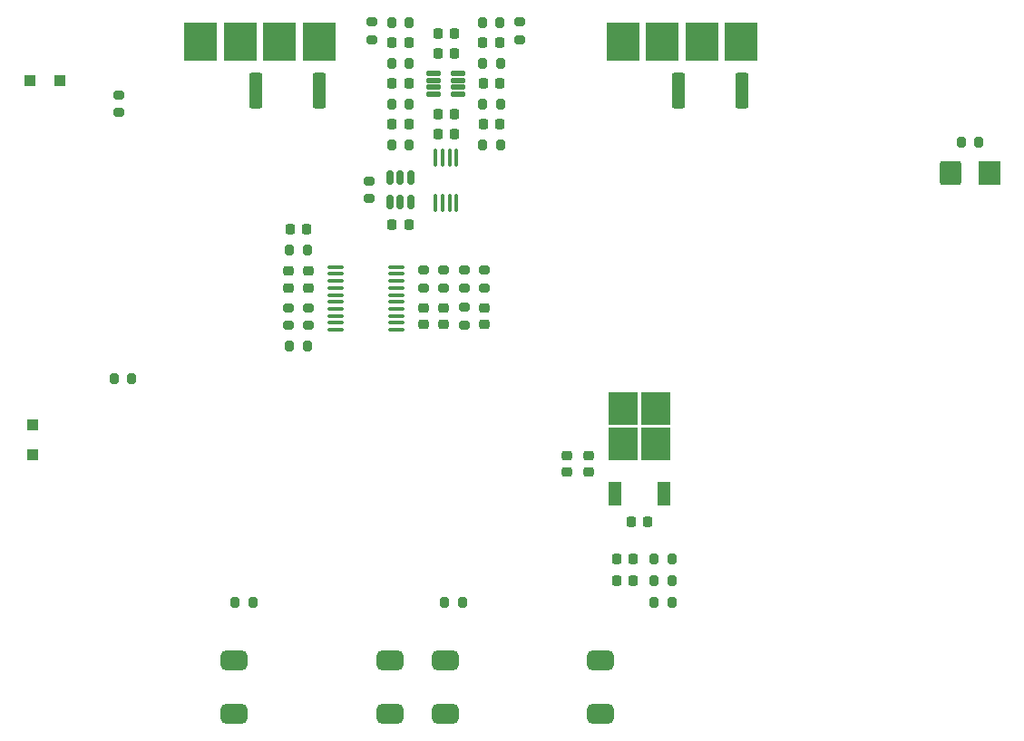
<source format=gbr>
%TF.GenerationSoftware,KiCad,Pcbnew,(6.0.4-0)*%
%TF.CreationDate,2022-04-10T17:45:33-05:00*%
%TF.ProjectId,Ampeater,416d7065-6174-4657-922e-6b696361645f,rev?*%
%TF.SameCoordinates,Original*%
%TF.FileFunction,Paste,Top*%
%TF.FilePolarity,Positive*%
%FSLAX46Y46*%
G04 Gerber Fmt 4.6, Leading zero omitted, Abs format (unit mm)*
G04 Created by KiCad (PCBNEW (6.0.4-0)) date 2022-04-10 17:45:33*
%MOMM*%
%LPD*%
G01*
G04 APERTURE LIST*
G04 Aperture macros list*
%AMRoundRect*
0 Rectangle with rounded corners*
0 $1 Rounding radius*
0 $2 $3 $4 $5 $6 $7 $8 $9 X,Y pos of 4 corners*
0 Add a 4 corners polygon primitive as box body*
4,1,4,$2,$3,$4,$5,$6,$7,$8,$9,$2,$3,0*
0 Add four circle primitives for the rounded corners*
1,1,$1+$1,$2,$3*
1,1,$1+$1,$4,$5*
1,1,$1+$1,$6,$7*
1,1,$1+$1,$8,$9*
0 Add four rect primitives between the rounded corners*
20,1,$1+$1,$2,$3,$4,$5,0*
20,1,$1+$1,$4,$5,$6,$7,0*
20,1,$1+$1,$6,$7,$8,$9,0*
20,1,$1+$1,$8,$9,$2,$3,0*%
G04 Aperture macros list end*
%ADD10R,2.750000X3.050000*%
%ADD11R,1.200000X2.200000*%
%ADD12RoundRect,0.225000X0.225000X0.250000X-0.225000X0.250000X-0.225000X-0.250000X0.225000X-0.250000X0*%
%ADD13R,3.100000X3.600000*%
%ADD14RoundRect,0.200000X0.200000X0.275000X-0.200000X0.275000X-0.200000X-0.275000X0.200000X-0.275000X0*%
%ADD15RoundRect,0.250000X-0.362500X-1.425000X0.362500X-1.425000X0.362500X1.425000X-0.362500X1.425000X0*%
%ADD16RoundRect,0.100000X0.100000X-0.712500X0.100000X0.712500X-0.100000X0.712500X-0.100000X-0.712500X0*%
%ADD17RoundRect,0.225000X-0.225000X-0.250000X0.225000X-0.250000X0.225000X0.250000X-0.225000X0.250000X0*%
%ADD18R,1.100000X1.100000*%
%ADD19RoundRect,0.225000X-0.250000X0.225000X-0.250000X-0.225000X0.250000X-0.225000X0.250000X0.225000X0*%
%ADD20RoundRect,0.200000X-0.200000X-0.275000X0.200000X-0.275000X0.200000X0.275000X-0.200000X0.275000X0*%
%ADD21RoundRect,0.200000X-0.275000X0.200000X-0.275000X-0.200000X0.275000X-0.200000X0.275000X0.200000X0*%
%ADD22RoundRect,0.200000X0.275000X-0.200000X0.275000X0.200000X-0.275000X0.200000X-0.275000X-0.200000X0*%
%ADD23RoundRect,0.450000X-0.800000X-0.450000X0.800000X-0.450000X0.800000X0.450000X-0.800000X0.450000X0*%
%ADD24R,2.000000X2.200000*%
%ADD25RoundRect,0.200000X0.800000X0.900000X-0.800000X0.900000X-0.800000X-0.900000X0.800000X-0.900000X0*%
%ADD26RoundRect,0.225000X0.250000X-0.225000X0.250000X0.225000X-0.250000X0.225000X-0.250000X-0.225000X0*%
%ADD27RoundRect,0.150000X-0.150000X0.512500X-0.150000X-0.512500X0.150000X-0.512500X0.150000X0.512500X0*%
%ADD28RoundRect,0.125000X-0.537500X-0.125000X0.537500X-0.125000X0.537500X0.125000X-0.537500X0.125000X0*%
%ADD29RoundRect,0.100000X0.637500X0.100000X-0.637500X0.100000X-0.637500X-0.100000X0.637500X-0.100000X0*%
G04 APERTURE END LIST*
D10*
%TO.C,U101*%
X138759200Y-120253200D03*
X141809200Y-123603200D03*
X138759200Y-123603200D03*
X141809200Y-120253200D03*
D11*
X138004200Y-128228200D03*
X142564200Y-128228200D03*
%TD*%
D12*
%TO.C,C202*%
X123025200Y-87096600D03*
X121475200Y-87096600D03*
%TD*%
%TO.C,C201*%
X123025200Y-85242400D03*
X121475200Y-85242400D03*
%TD*%
D13*
%TO.C,R219*%
X146100800Y-85979000D03*
X149800800Y-85979000D03*
%TD*%
D14*
%TO.C,R304*%
X109283000Y-105486200D03*
X107633000Y-105486200D03*
%TD*%
%TO.C,R204*%
X118808000Y-95631000D03*
X117158000Y-95631000D03*
%TD*%
D15*
%TO.C,R222*%
X143921500Y-90551000D03*
X149846500Y-90551000D03*
%TD*%
D12*
%TO.C,C309*%
X123025200Y-94589600D03*
X121475200Y-94589600D03*
%TD*%
D16*
%TO.C,U303*%
X121275200Y-101020100D03*
X121925200Y-101020100D03*
X122575200Y-101020100D03*
X123225200Y-101020100D03*
X123225200Y-96795100D03*
X122575200Y-96795100D03*
X121925200Y-96795100D03*
X121275200Y-96795100D03*
%TD*%
D17*
%TO.C,C206*%
X125717000Y-89916000D03*
X127267000Y-89916000D03*
%TD*%
D18*
%TO.C,D302*%
X83642200Y-124564600D03*
X83642200Y-121764600D03*
%TD*%
D12*
%TO.C,C101*%
X141059200Y-130842200D03*
X139509200Y-130842200D03*
%TD*%
D19*
%TO.C,C307*%
X120116600Y-110883400D03*
X120116600Y-112433400D03*
%TD*%
D15*
%TO.C,R214*%
X104479500Y-90551000D03*
X110404500Y-90551000D03*
%TD*%
D12*
%TO.C,C310*%
X118758000Y-103124000D03*
X117208000Y-103124000D03*
%TD*%
D20*
%TO.C,R307*%
X141669000Y-134366000D03*
X143319000Y-134366000D03*
%TD*%
%TO.C,R302*%
X102553000Y-138430000D03*
X104203000Y-138430000D03*
%TD*%
D21*
%TO.C,R208*%
X123918900Y-107353600D03*
X123918900Y-109003600D03*
%TD*%
D20*
%TO.C,R216*%
X125641600Y-84201000D03*
X127291600Y-84201000D03*
%TD*%
D14*
%TO.C,R308*%
X143319000Y-136398000D03*
X141669000Y-136398000D03*
%TD*%
D22*
%TO.C,R306*%
X123926600Y-112483400D03*
X123926600Y-110833400D03*
%TD*%
D12*
%TO.C,C305*%
X139713000Y-134366000D03*
X138163000Y-134366000D03*
%TD*%
%TO.C,C308*%
X139713000Y-136398000D03*
X138163000Y-136398000D03*
%TD*%
D21*
%TO.C,R309*%
X115036600Y-99022400D03*
X115036600Y-100672400D03*
%TD*%
D17*
%TO.C,C208*%
X125717000Y-93726000D03*
X127267000Y-93726000D03*
%TD*%
D23*
%TO.C,SW302*%
X116988000Y-143804000D03*
X102488000Y-143804000D03*
X102488000Y-148804000D03*
X116988000Y-148804000D03*
%TD*%
D13*
%TO.C,R220*%
X138739000Y-85979000D03*
X142439000Y-85979000D03*
%TD*%
D24*
%TO.C,D101*%
X172974000Y-98262600D03*
D25*
X169374000Y-98262600D03*
%TD*%
D21*
%TO.C,R206*%
X120116600Y-107353600D03*
X120116600Y-109003600D03*
%TD*%
D14*
%TO.C,R305*%
X143319000Y-138430000D03*
X141669000Y-138430000D03*
%TD*%
D26*
%TO.C,C301*%
X125831600Y-112433400D03*
X125831600Y-110883400D03*
%TD*%
D23*
%TO.C,SW303*%
X122186000Y-143804000D03*
X136686000Y-143804000D03*
X122186000Y-148804000D03*
X136686000Y-148804000D03*
%TD*%
D20*
%TO.C,R310*%
X91250000Y-117475000D03*
X92900000Y-117475000D03*
%TD*%
%TO.C,R303*%
X123761000Y-138430000D03*
X122111000Y-138430000D03*
%TD*%
D26*
%TO.C,C304*%
X109423200Y-109004400D03*
X109423200Y-107454400D03*
%TD*%
D13*
%TO.C,R211*%
X106684200Y-85979000D03*
X110384200Y-85979000D03*
%TD*%
%TO.C,R212*%
X99318200Y-85979000D03*
X103018200Y-85979000D03*
%TD*%
D20*
%TO.C,R217*%
X125667000Y-91821000D03*
X127317000Y-91821000D03*
%TD*%
D27*
%TO.C,U302*%
X118933000Y-98709900D03*
X117983000Y-98709900D03*
X117033000Y-98709900D03*
X117033000Y-100984900D03*
X117983000Y-100984900D03*
X118933000Y-100984900D03*
%TD*%
D21*
%TO.C,R209*%
X125823900Y-107353600D03*
X125823900Y-109003600D03*
%TD*%
%TO.C,R205*%
X109423200Y-110884200D03*
X109423200Y-112534200D03*
%TD*%
D12*
%TO.C,C311*%
X123025200Y-92735400D03*
X121475200Y-92735400D03*
%TD*%
D17*
%TO.C,C302*%
X107683000Y-103505000D03*
X109233000Y-103505000D03*
%TD*%
D22*
%TO.C,R221*%
X129108200Y-85788000D03*
X129108200Y-84138000D03*
%TD*%
D14*
%TO.C,R203*%
X118808000Y-91821000D03*
X117158000Y-91821000D03*
%TD*%
D19*
%TO.C,C306*%
X122021600Y-110883400D03*
X122021600Y-112433400D03*
%TD*%
D17*
%TO.C,C204*%
X117208000Y-86106000D03*
X118758000Y-86106000D03*
%TD*%
D21*
%TO.C,JP201*%
X91719400Y-90970600D03*
X91719400Y-92620600D03*
%TD*%
D14*
%TO.C,R101*%
X171999000Y-95377000D03*
X170349000Y-95377000D03*
%TD*%
D20*
%TO.C,R201*%
X117158000Y-88011000D03*
X118808000Y-88011000D03*
%TD*%
D19*
%TO.C,C103*%
X135535400Y-124682400D03*
X135535400Y-126232400D03*
%TD*%
D14*
%TO.C,R215*%
X127317000Y-88011000D03*
X125667000Y-88011000D03*
%TD*%
D17*
%TO.C,C205*%
X117208000Y-93726000D03*
X118758000Y-93726000D03*
%TD*%
D26*
%TO.C,C303*%
X107518200Y-109004400D03*
X107518200Y-107454400D03*
%TD*%
D21*
%TO.C,R207*%
X122021600Y-107353600D03*
X122021600Y-109003600D03*
%TD*%
D22*
%TO.C,R213*%
X115316000Y-85788000D03*
X115316000Y-84138000D03*
%TD*%
D14*
%TO.C,R301*%
X109283000Y-114427000D03*
X107633000Y-114427000D03*
%TD*%
D17*
%TO.C,C207*%
X125691600Y-86106000D03*
X127241600Y-86106000D03*
%TD*%
D28*
%TO.C,U201*%
X121112700Y-88941000D03*
X121112700Y-89591000D03*
X121112700Y-90241000D03*
X121112700Y-90891000D03*
X123387700Y-90891000D03*
X123387700Y-90241000D03*
X123387700Y-89591000D03*
X123387700Y-88941000D03*
%TD*%
D18*
%TO.C,D301*%
X83436000Y-89662000D03*
X86236000Y-89662000D03*
%TD*%
D21*
%TO.C,R210*%
X107518200Y-110884200D03*
X107518200Y-112534200D03*
%TD*%
D12*
%TO.C,C203*%
X118758000Y-89916000D03*
X117208000Y-89916000D03*
%TD*%
D20*
%TO.C,R218*%
X125667000Y-95631000D03*
X127317000Y-95631000D03*
%TD*%
D29*
%TO.C,U301*%
X117619700Y-112907000D03*
X117619700Y-112257000D03*
X117619700Y-111607000D03*
X117619700Y-110957000D03*
X117619700Y-110307000D03*
X117619700Y-109657000D03*
X117619700Y-109007000D03*
X117619700Y-108357000D03*
X117619700Y-107707000D03*
X117619700Y-107057000D03*
X111894700Y-107057000D03*
X111894700Y-107707000D03*
X111894700Y-108357000D03*
X111894700Y-109007000D03*
X111894700Y-109657000D03*
X111894700Y-110307000D03*
X111894700Y-110957000D03*
X111894700Y-111607000D03*
X111894700Y-112257000D03*
X111894700Y-112907000D03*
%TD*%
D19*
%TO.C,C102*%
X133554200Y-124682400D03*
X133554200Y-126232400D03*
%TD*%
D14*
%TO.C,R202*%
X118808000Y-84201000D03*
X117158000Y-84201000D03*
%TD*%
M02*

</source>
